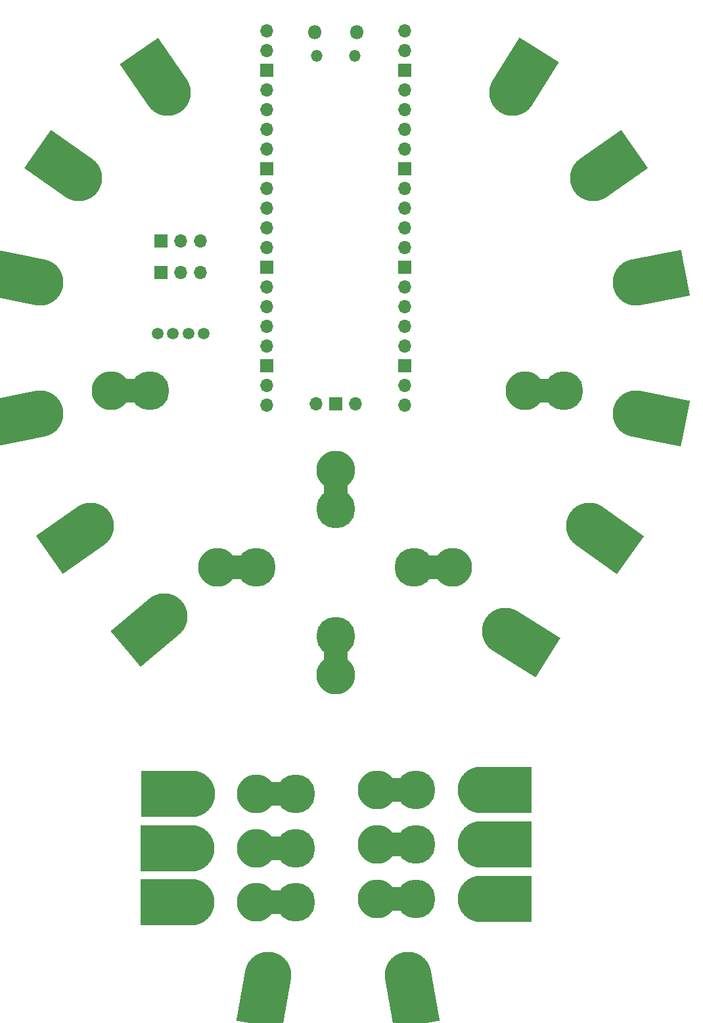
<source format=gbr>
%TF.GenerationSoftware,KiCad,Pcbnew,7.0.8*%
%TF.CreationDate,2023-11-04T18:56:12+01:00*%
%TF.ProjectId,kidslab-lamp,6b696473-6c61-4622-9d6c-616d702e6b69,rev?*%
%TF.SameCoordinates,Original*%
%TF.FileFunction,Soldermask,Bot*%
%TF.FilePolarity,Negative*%
%FSLAX46Y46*%
G04 Gerber Fmt 4.6, Leading zero omitted, Abs format (unit mm)*
G04 Created by KiCad (PCBNEW 7.0.8) date 2023-11-04 18:56:12*
%MOMM*%
%LPD*%
G01*
G04 APERTURE LIST*
G04 Aperture macros list*
%AMFreePoly0*
4,1,34,6.500000,-3.000000,0.000000,-3.000001,0.000000,-2.994924,-0.174434,-2.994924,-0.520945,-2.954423,-0.860410,-2.873969,-1.188239,-2.754648,-1.500000,-2.598076,-1.791476,-2.406370,-2.058725,-2.182121,-2.298133,-1.928363,-2.506463,-1.648527,-2.680898,-1.346398,-2.819078,-1.026060,-2.919135,-0.691847,-2.979715,-0.348279,-3.000001,0.000000,-2.979715,0.348280,-2.919135,0.691848,-2.819078,1.026060,
-2.680897,1.346398,-2.506463,1.648527,-2.298132,1.928363,-2.058725,2.182121,-1.791476,2.406370,-1.500000,2.598076,-1.188239,2.754649,-0.860409,2.873969,-0.520945,2.954423,-0.174434,2.994924,0.000000,2.994924,0.000000,3.000001,6.500000,3.000000,6.500000,-3.000000,6.500000,-3.000000,$1*%
%AMFreePoly1*
4,1,48,0.468453,2.455718,0.772542,2.377641,1.064448,2.262068,1.339567,2.110820,1.593560,1.926283,1.822422,1.711368,1.955916,1.550000,3.250000,1.550000,3.285355,1.535355,3.300000,1.500000,3.300000,-1.500000,3.285355,-1.535355,3.250000,-1.550000,1.955916,-1.550000,1.822422,-1.711368,1.593560,-1.926283,1.339567,-2.110820,1.064448,-2.262068,0.772542,-2.377641,0.468453,-2.455718,
0.156976,-2.495067,-0.156976,-2.495067,-0.468453,-2.455718,-0.772542,-2.377641,-1.064448,-2.262068,-1.339567,-2.110820,-1.593560,-1.926283,-1.822422,-1.711368,-2.022542,-1.469463,-2.190767,-1.204384,-2.324441,-0.920311,-2.421458,-0.621725,-2.480287,-0.313333,-2.500000,0.000000,-2.480287,0.313333,-2.421458,0.621725,-2.324441,0.920311,-2.190767,1.204384,-2.022542,1.469463,-1.822422,1.711368,
-1.593560,1.926283,-1.339567,2.110820,-1.064448,2.262068,-0.772542,2.377641,-0.468453,2.455718,-0.156976,2.495067,0.156976,2.495067,0.468453,2.455718,0.468453,2.455718,$1*%
G04 Aperture macros list end*
%ADD10FreePoly0,124.500000*%
%ADD11FreePoly0,328.000000*%
%ADD12O,1.800000X1.800000*%
%ADD13O,1.500000X1.500000*%
%ADD14O,1.700000X1.700000*%
%ADD15R,1.700000X1.700000*%
%ADD16FreePoly0,0.000000*%
%ADD17FreePoly1,0.000000*%
%ADD18C,5.000000*%
%ADD19FreePoly0,11.000000*%
%ADD20FreePoly0,35.000000*%
%ADD21FreePoly0,324.500000*%
%ADD22FreePoly0,180.000000*%
%ADD23FreePoly0,280.000000*%
%ADD24FreePoly0,220.000000*%
%ADD25FreePoly0,215.000000*%
%ADD26FreePoly1,270.000000*%
%ADD27FreePoly0,191.500000*%
%ADD28FreePoly0,145.000000*%
%ADD29FreePoly0,260.000000*%
%ADD30C,1.500000*%
%ADD31FreePoly0,168.500000*%
%ADD32FreePoly0,58.000000*%
%ADD33FreePoly0,348.500000*%
%ADD34FreePoly1,90.000000*%
%ADD35FreePoly1,180.000000*%
G04 APERTURE END LIST*
D10*
%TO.C,GPIO0*%
X127994641Y-49236413D03*
%TD*%
D11*
%TO.C,E39*%
X171528000Y-118610000D03*
%TD*%
D12*
%TO.C,U1*%
X146913000Y-41424000D03*
D13*
X147213000Y-44454000D03*
X152063000Y-44454000D03*
D12*
X152363000Y-41424000D03*
D14*
X140748000Y-41294000D03*
X140748000Y-43834000D03*
D15*
X140748000Y-46374000D03*
D14*
X140748000Y-48914000D03*
X140748000Y-51454000D03*
X140748000Y-53994000D03*
X140748000Y-56534000D03*
D15*
X140748000Y-59074000D03*
D14*
X140748000Y-61614000D03*
X140748000Y-64154000D03*
X140748000Y-66694000D03*
X140748000Y-69234000D03*
D15*
X140748000Y-71774000D03*
D14*
X140748000Y-74314000D03*
X140748000Y-76854000D03*
X140748000Y-79394000D03*
X140748000Y-81934000D03*
D15*
X140748000Y-84474000D03*
D14*
X140748000Y-87014000D03*
X140748000Y-89554000D03*
X158528000Y-89554000D03*
X158528000Y-87014000D03*
D15*
X158528000Y-84474000D03*
D14*
X158528000Y-81934000D03*
X158528000Y-79394000D03*
X158528000Y-76854000D03*
X158528000Y-74314000D03*
D15*
X158528000Y-71774000D03*
D14*
X158528000Y-69234000D03*
X158528000Y-66694000D03*
X158528000Y-64154000D03*
X158528000Y-61614000D03*
D15*
X158528000Y-59074000D03*
D14*
X158528000Y-56534000D03*
X158528000Y-53994000D03*
X158528000Y-51454000D03*
X158528000Y-48914000D03*
D15*
X158528000Y-46374000D03*
D14*
X158528000Y-43834000D03*
X158528000Y-41294000D03*
X147098000Y-89324000D03*
D15*
X149638000Y-89324000D03*
D14*
X152178000Y-89324000D03*
%TD*%
D16*
%TO.C,E30*%
X168338000Y-146154000D03*
%TD*%
D17*
%TO.C,GPIO18*%
X174030000Y-87630000D03*
D18*
X179030000Y-87630000D03*
%TD*%
D19*
%TO.C,GPIO26*%
X188339837Y-73673081D03*
%TD*%
D20*
%TO.C,GPIO27*%
X182856085Y-60211358D03*
%TD*%
D21*
%TO.C,GPIO21*%
X182356588Y-105095930D03*
%TD*%
D22*
%TO.C,E34*%
X131038000Y-153654000D03*
%TD*%
D17*
%TO.C,B6*%
X154938000Y-139154000D03*
D18*
X159938000Y-139154000D03*
%TD*%
D23*
%TO.C,E37*%
X158920635Y-163055519D03*
%TD*%
D24*
%TO.C,E40*%
X127514604Y-116767721D03*
%TD*%
D25*
%TO.C,GPIO4*%
X118019915Y-105096642D03*
%TD*%
D26*
%TO.C,GPIO15*%
X149606000Y-97928000D03*
D18*
X149606000Y-102928000D03*
%TD*%
D16*
%TO.C,E31*%
X168338000Y-139154000D03*
%TD*%
D27*
%TO.C,GPIO3*%
X111535992Y-90634063D03*
%TD*%
D28*
%TO.C,GPIO1*%
X116519915Y-60211358D03*
%TD*%
D29*
%TO.C,E38*%
X140955365Y-163055519D03*
%TD*%
D30*
%TO.C,J1*%
X132657600Y-80314800D03*
X130657600Y-80314800D03*
X128657600Y-80314800D03*
X126657600Y-80314800D03*
%TD*%
D17*
%TO.C,B1*%
X154938000Y-153154000D03*
D18*
X159938000Y-153154000D03*
%TD*%
D22*
%TO.C,E33*%
X131098000Y-139654000D03*
%TD*%
D31*
%TO.C,GPIO2*%
X111535992Y-73673937D03*
%TD*%
D16*
%TO.C,E35*%
X168338000Y-153154000D03*
%TD*%
D17*
%TO.C,B2*%
X139438000Y-146654000D03*
D18*
X144438000Y-146654000D03*
%TD*%
D17*
%TO.C,B4*%
X139438000Y-153654000D03*
D18*
X144438000Y-153654000D03*
%TD*%
D17*
%TO.C,GPIO14*%
X134368000Y-110474000D03*
D18*
X139368000Y-110474000D03*
%TD*%
D17*
%TO.C,B3*%
X139438000Y-139654000D03*
D18*
X144438000Y-139654000D03*
%TD*%
D15*
%TO.C,J3*%
X127093000Y-72382000D03*
D14*
X129633000Y-72382000D03*
X132173000Y-72382000D03*
%TD*%
D22*
%TO.C,E32*%
X131038000Y-146654000D03*
%TD*%
D15*
%TO.C,J2*%
X127093000Y-68318000D03*
D14*
X129633000Y-68318000D03*
X132173000Y-68318000D03*
%TD*%
D32*
%TO.C,GPIO28*%
X172385008Y-49238805D03*
%TD*%
D17*
%TO.C,B5*%
X154938000Y-146154000D03*
D18*
X159938000Y-146154000D03*
%TD*%
D17*
%TO.C,GPIO13*%
X120650000Y-87630000D03*
D18*
X125650000Y-87630000D03*
%TD*%
D33*
%TO.C,GPIO22*%
X188340008Y-90634063D03*
%TD*%
D34*
%TO.C,GPIO17*%
X149606000Y-124364000D03*
D18*
X149606000Y-119364000D03*
%TD*%
D35*
%TO.C,GPIO16*%
X164688000Y-110474000D03*
D18*
X159688000Y-110474000D03*
%TD*%
M02*

</source>
